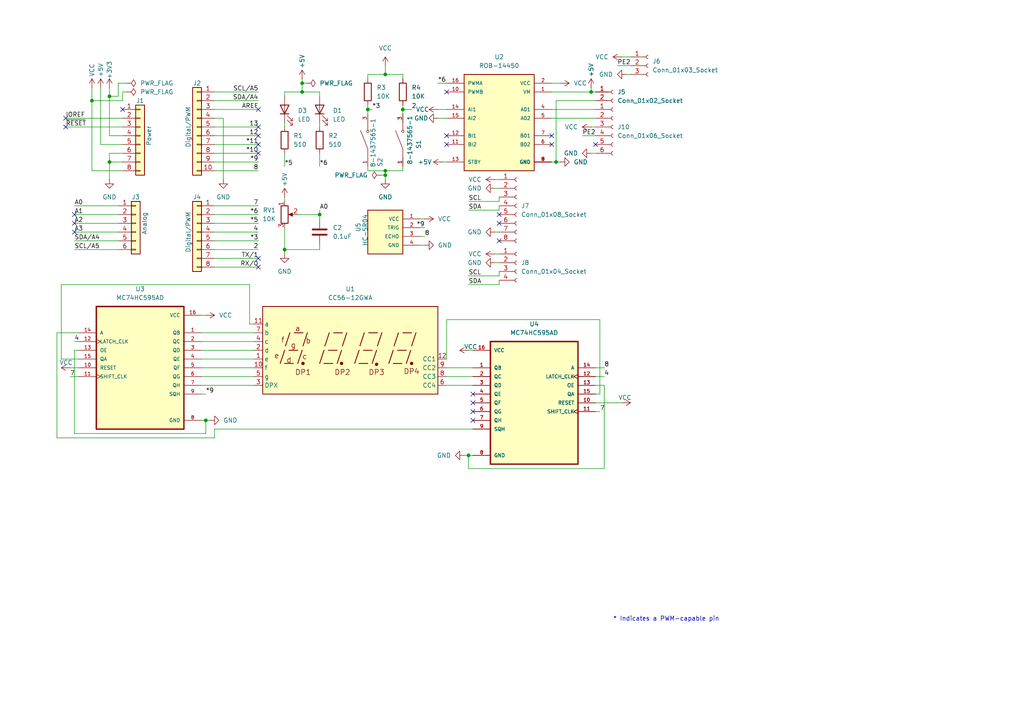
<source format=kicad_sch>
(kicad_sch (version 20231120) (generator "eeschema") (generator_version "8.0")
  (paper "A4")
  (title_block (date "mar. 31 mars 2015"))
  (lib_symbols
    (symbol "+3V3_1" (power) (pin_numbers hide) (pin_names (offset 0) hide)
      (property "Value" "+3V3" (at 0 3.556 0))
      (symbol "+3V3_1_1_1"
        (pin power_in line (at 0 0 90) (length 0) (name "~") (number "1"))
      )
    )
    (symbol "+5V_1" (power) (pin_numbers hide) (pin_names (offset 0) hide)
      (property "Value" "+5V" (at 0 3.556 0))
      (symbol "+5V_1_1_1"
        (pin power_in line (at 0 0 90) (length 0) (name "~") (number "1"))
      )
    )
    (symbol "8-1437565-1:8-1437565-1" (pin_names (offset 1.016))
      (property "Reference" "S" (at -2.54 2.54 0))
      (property "Value" "8-1437565-1" (at -2.54 -2.54 0))
      (symbol "8-1437565-1_0_0"
        (pin passive line (at -7.62 0 0) (length 2.54) (name "~") (number "1"))
        (pin passive line (at 7.62 0 180) (length 2.54) (name "~") (number "3"))
      )
    )
    (symbol "Connector:Conn_01x02_Socket" (pin_names (offset 1.016) hide)
      (property "Reference" "J" (at 0 2.54 0))
      (property "Value" "Conn_01x02_Socket" (at 0 -5.08 0))
      (symbol "Conn_01x02_Socket_1_1"
        (pin passive line (at -5.08 0 0) (length 3.81) (name "Pin_1") (number "1"))
        (pin passive line (at -5.08 -2.54 0) (length 3.81) (name "Pin_2") (number "2"))
      )
    )
    (symbol "Connector:Conn_01x03_Socket" (pin_names (offset 1.016) hide)
      (property "Reference" "J" (at 0 5.08 0))
      (property "Value" "Conn_01x03_Socket" (at 0 -5.08 0))
      (symbol "Conn_01x03_Socket_1_1"
        (pin passive line (at -5.08 2.54 0) (length 3.81) (name "Pin_1") (number "1"))
        (pin passive line (at -5.08 0 0) (length 3.81) (name "Pin_2") (number "2"))
        (pin passive line (at -5.08 -2.54 0) (length 3.81) (name "Pin_3") (number "3"))
      )
    )
    (symbol "Connector:Conn_01x04_Socket" (pin_names (offset 1.016) hide)
      (property "Reference" "J" (at 0 5.08 0))
      (property "Value" "Conn_01x04_Socket" (at 0 -7.62 0))
      (symbol "Conn_01x04_Socket_1_1"
        (pin passive line (at -5.08 2.54 0) (length 3.81) (name "Pin_1") (number "1"))
        (pin passive line (at -5.08 0 0) (length 3.81) (name "Pin_2") (number "2"))
        (pin passive line (at -5.08 -2.54 0) (length 3.81) (name "Pin_3") (number "3"))
        (pin passive line (at -5.08 -5.08 0) (length 3.81) (name "Pin_4") (number "4"))
      )
    )
    (symbol "Connector:Conn_01x06_Socket" (pin_names (offset 1.016) hide)
      (property "Reference" "J" (at 0 7.62 0))
      (property "Value" "Conn_01x06_Socket" (at 0 -10.16 0))
      (symbol "Conn_01x06_Socket_1_1"
        (pin passive line (at -5.08 5.08 0) (length 3.81) (name "Pin_1") (number "1"))
        (pin passive line (at -5.08 2.54 0) (length 3.81) (name "Pin_2") (number "2"))
        (pin passive line (at -5.08 0 0) (length 3.81) (name "Pin_3") (number "3"))
        (pin passive line (at -5.08 -2.54 0) (length 3.81) (name "Pin_4") (number "4"))
        (pin passive line (at -5.08 -5.08 0) (length 3.81) (name "Pin_5") (number "5"))
        (pin passive line (at -5.08 -7.62 0) (length 3.81) (name "Pin_6") (number "6"))
      )
    )
    (symbol "Connector:Conn_01x08_Socket" (pin_names (offset 1.016) hide)
      (property "Reference" "J" (at 0 10.16 0))
      (property "Value" "Conn_01x08_Socket" (at 0 -12.7 0))
      (symbol "Conn_01x08_Socket_1_1"
        (pin passive line (at -5.08 7.62 0) (length 3.81) (name "Pin_1") (number "1"))
        (pin passive line (at -5.08 5.08 0) (length 3.81) (name "Pin_2") (number "2"))
        (pin passive line (at -5.08 2.54 0) (length 3.81) (name "Pin_3") (number "3"))
        (pin passive line (at -5.08 0 0) (length 3.81) (name "Pin_4") (number "4"))
        (pin passive line (at -5.08 -2.54 0) (length 3.81) (name "Pin_5") (number "5"))
        (pin passive line (at -5.08 -5.08 0) (length 3.81) (name "Pin_6") (number "6"))
        (pin passive line (at -5.08 -7.62 0) (length 3.81) (name "Pin_7") (number "7"))
        (pin passive line (at -5.08 -10.16 0) (length 3.81) (name "Pin_8") (number "8"))
      )
    )
    (symbol "Connector_Generic:Conn_01x06" (pin_names (offset 1.016) hide)
      (property "Reference" "J" (at 0 7.62 0))
      (property "Value" "Conn_01x06" (at 0 -10.16 0))
      (symbol "Conn_01x06_1_1"
        (pin passive line (at -5.08 5.08 0) (length 3.81) (name "Pin_1") (number "1"))
        (pin passive line (at -5.08 2.54 0) (length 3.81) (name "Pin_2") (number "2"))
        (pin passive line (at -5.08 0 0) (length 3.81) (name "Pin_3") (number "3"))
        (pin passive line (at -5.08 -2.54 0) (length 3.81) (name "Pin_4") (number "4"))
        (pin passive line (at -5.08 -5.08 0) (length 3.81) (name "Pin_5") (number "5"))
        (pin passive line (at -5.08 -7.62 0) (length 3.81) (name "Pin_6") (number "6"))
      )
    )
    (symbol "Connector_Generic:Conn_01x08" (pin_names (offset 1.016) hide)
      (property "Reference" "J" (at 0 10.16 0))
      (property "Value" "Conn_01x08" (at 0 -12.7 0))
      (symbol "Conn_01x08_1_1"
        (pin passive line (at -5.08 7.62 0) (length 3.81) (name "Pin_1") (number "1"))
        (pin passive line (at -5.08 5.08 0) (length 3.81) (name "Pin_2") (number "2"))
        (pin passive line (at -5.08 2.54 0) (length 3.81) (name "Pin_3") (number "3"))
        (pin passive line (at -5.08 0 0) (length 3.81) (name "Pin_4") (number "4"))
        (pin passive line (at -5.08 -2.54 0) (length 3.81) (name "Pin_5") (number "5"))
        (pin passive line (at -5.08 -5.08 0) (length 3.81) (name "Pin_6") (number "6"))
        (pin passive line (at -5.08 -7.62 0) (length 3.81) (name "Pin_7") (number "7"))
        (pin passive line (at -5.08 -10.16 0) (length 3.81) (name "Pin_8") (number "8"))
      )
    )
    (symbol "Connector_Generic:Conn_01x10" (pin_names (offset 1.016) hide)
      (property "Reference" "J" (at 0 12.7 0))
      (property "Value" "Conn_01x10" (at 0 -15.24 0))
      (symbol "Conn_01x10_1_1"
        (pin passive line (at -5.08 10.16 0) (length 3.81) (name "Pin_1") (number "1"))
        (pin passive line (at -5.08 -12.7 0) (length 3.81) (name "Pin_10") (number "10"))
        (pin passive line (at -5.08 7.62 0) (length 3.81) (name "Pin_2") (number "2"))
        (pin passive line (at -5.08 5.08 0) (length 3.81) (name "Pin_3") (number "3"))
        (pin passive line (at -5.08 2.54 0) (length 3.81) (name "Pin_4") (number "4"))
        (pin passive line (at -5.08 0 0) (length 3.81) (name "Pin_5") (number "5"))
        (pin passive line (at -5.08 -2.54 0) (length 3.81) (name "Pin_6") (number "6"))
        (pin passive line (at -5.08 -5.08 0) (length 3.81) (name "Pin_7") (number "7"))
        (pin passive line (at -5.08 -7.62 0) (length 3.81) (name "Pin_8") (number "8"))
        (pin passive line (at -5.08 -10.16 0) (length 3.81) (name "Pin_9") (number "9"))
      )
    )
    (symbol "Device:C" (pin_numbers hide) (pin_names (offset 0.254))
      (property "Reference" "C" (at 0.635 2.54 0))
      (property "Value" "C" (at 0.635 -2.54 0))
      (symbol "C_1_1"
        (pin passive line (at 0 3.81 270) (length 2.794) (name "~") (number "1"))
        (pin passive line (at 0 -3.81 90) (length 2.794) (name "~") (number "2"))
      )
    )
    (symbol "Device:LED" (pin_numbers hide) (pin_names (offset 1.016) hide)
      (property "Reference" "D" (at 0 2.54 0))
      (property "Value" "LED" (at 0 -2.54 0))
      (symbol "LED_1_1"
        (pin passive line (at -3.81 0 0) (length 2.54) (name "K") (number "1"))
        (pin passive line (at 3.81 0 180) (length 2.54) (name "A") (number "2"))
      )
    )
    (symbol "Device:R" (pin_numbers hide) (pin_names (offset 0))
      (property "Reference" "R" (at 2.032 0 90))
      (property "Value" "R" (at 0 0 90))
      (symbol "R_1_1"
        (pin passive line (at 0 3.81 270) (length 1.27) (name "~") (number "1"))
        (pin passive line (at 0 -3.81 90) (length 1.27) (name "~") (number "2"))
      )
    )
    (symbol "Device:R_Potentiometer" (pin_names (offset 1.016) hide)
      (property "Reference" "RV" (at -4.445 0 90))
      (property "Value" "R_Potentiometer" (at -2.54 0 90))
      (symbol "R_Potentiometer_1_1"
        (pin passive line (at 0 3.81 270) (length 1.27) (name "1") (number "1"))
        (pin passive line (at 3.81 0 180) (length 1.27) (name "2") (number "2"))
        (pin passive line (at 0 -3.81 90) (length 1.27) (name "3") (number "3"))
      )
    )
    (symbol "Display_Character:CC56-12GWA"
      (property "Reference" "U" (at -24.13 13.97 0))
      (property "Value" "CC56-12GWA" (at 19.05 13.97 0))
      (symbol "CC56-12GWA_0_0"
        (text "a" (at -15.24 6.35 0) (effects (font (size 1.524 1.524))))
        (text "b" (at -12.192 2.794 0) (effects (font (size 1.524 1.524))))
        (text "c" (at -13.208 -1.778 0) (effects (font (size 1.524 1.524))))
        (text "d" (at -17.78 -2.794 0) (effects (font (size 1.524 1.524))))
        (text "DP1" (at -13.716 -6.35 0) (effects (font (size 1.524 1.524))))
        (text "DP2" (at -2.286 -6.35 0) (effects (font (size 1.524 1.524))))
        (text "DP3" (at 7.62 -6.35 0) (effects (font (size 1.524 1.524))))
        (text "DP4" (at 17.78 -6.096 0) (effects (font (size 1.524 1.524))))
        (text "e" (at -21.336 -1.524 0) (effects (font (size 1.524 1.524))))
        (text "f" (at -19.558 3.048 0) (effects (font (size 1.524 1.524))))
        (text "g" (at -16.51 1.524 0) (effects (font (size 1.524 1.524))))
      )
      (symbol "CC56-12GWA_1_1"
        (pin input line (at -27.94 -2.54 0) (length 2.54) (name "e") (number "1"))
        (pin input line (at -27.94 -5.08 0) (length 2.54) (name "f") (number "10"))
        (pin input line (at -27.94 7.62 0) (length 2.54) (name "a") (number "11"))
        (pin input line (at 27.94 -2.54 180) (length 2.54) (name "CC1") (number "12"))
        (pin input line (at -27.94 0 0) (length 2.54) (name "d") (number "2"))
        (pin input line (at -27.94 -10.16 0) (length 2.54) (name "DPX") (number "3"))
        (pin input line (at -27.94 2.54 0) (length 2.54) (name "c") (number "4"))
        (pin input line (at -27.94 -7.62 0) (length 2.54) (name "g") (number "5"))
        (pin input line (at 27.94 -10.16 180) (length 2.54) (name "CC4") (number "6"))
        (pin input line (at -27.94 5.08 0) (length 2.54) (name "b") (number "7"))
        (pin input line (at 27.94 -7.62 180) (length 2.54) (name "CC3") (number "8"))
        (pin input line (at 27.94 -5.08 180) (length 2.54) (name "CC2") (number "9"))
      )
    )
    (symbol "GND_1" (power) (pin_numbers hide) (pin_names (offset 0) hide)
      (property "Value" "GND" (at 0 -3.81 0))
      (symbol "GND_1_1_1"
        (pin power_in line (at 0 0 270) (length 0) (name "~") (number "1"))
      )
    )
    (symbol "HC-SR04:HC-SR04" (pin_names (offset 1.016))
      (property "Reference" "U" (at 0 5.0813 0))
      (property "Value" "HC-SR04" (at 0 -10.163 0))
      (symbol "HC-SR04_0_0"
        (pin power_in line (at -5.08 2.54 0) (length 5.08) (name "VCC") (number "1"))
        (pin bidirectional line (at -5.08 0 0) (length 5.08) (name "TRIG") (number "2"))
        (pin bidirectional line (at -5.08 -2.54 0) (length 5.08) (name "ECHO") (number "3"))
        (pin power_in line (at -5.08 -5.08 0) (length 5.08) (name "GND") (number "4"))
      )
    )
    (symbol "MC74HC595AD:MC74HC595AD" (pin_names (offset 1.016))
      (property "Reference" "U4" (at 0 22.86 0))
      (property "Value" "MC74HC595AD" (at 0 20.32 0))
      (symbol "MC74HC595AD_0_0"
        (pin output line (at 17.78 10.16 180) (length 5.08) (name "QB") (number "1"))
        (pin input line (at -17.78 0 0) (length 5.08) (name "RESET") (number "10"))
        (pin input clock (at -17.78 -2.54 0) (length 5.08) (name "SHIFT_CLK") (number "11"))
        (pin input clock (at -17.78 7.62 0) (length 5.08) (name "LATCH_CLK") (number "12"))
        (pin input line (at -17.78 5.08 0) (length 5.08) (name "OE") (number "13"))
        (pin input line (at -17.78 10.16 0) (length 5.08) (name "A") (number "14"))
        (pin output line (at -17.78 2.54 0) (length 5.08) (name "QA") (number "15"))
        (pin power_in line (at 17.78 15.24 180) (length 5.08) (name "VCC") (number "16"))
        (pin output line (at 17.78 7.62 180) (length 5.08) (name "QC") (number "2"))
        (pin output line (at 17.78 5.08 180) (length 5.08) (name "QD") (number "3"))
        (pin output line (at 17.78 2.54 180) (length 5.08) (name "QE") (number "4"))
        (pin output line (at 17.78 0 180) (length 5.08) (name "QF") (number "5"))
        (pin output line (at 17.78 -2.54 180) (length 5.08) (name "QG") (number "6"))
        (pin output line (at 17.78 -5.08 180) (length 5.08) (name "QH") (number "7"))
        (pin power_in line (at 17.78 -15.24 180) (length 5.08) (name "GND") (number "8"))
        (pin output line (at 17.78 -7.62 180) (length 5.08) (name "SQH") (number "9"))
      )
    )
    (symbol "MC74HC595AD_1" (pin_names (offset 1.016))
      (property "Reference" "U3" (at 0 22.86 0))
      (property "Value" "MC74HC595AD" (at 0 20.32 0))
      (symbol "MC74HC595AD_1_0_0"
        (pin output line (at 17.78 10.16 180) (length 5.08) (name "QB") (number "1"))
        (pin input line (at -17.78 0 0) (length 5.08) (name "RESET") (number "10"))
        (pin input clock (at -17.78 -2.54 0) (length 5.08) (name "SHIFT_CLK") (number "11"))
        (pin input clock (at -17.78 7.62 0) (length 5.08) (name "LATCH_CLK") (number "12"))
        (pin input line (at -17.78 5.08 0) (length 5.08) (name "OE") (number "13"))
        (pin input line (at -17.78 10.16 0) (length 5.08) (name "A") (number "14"))
        (pin output line (at -17.78 2.54 0) (length 5.08) (name "QA") (number "15"))
        (pin power_in line (at 17.78 15.24 180) (length 5.08) (name "VCC") (number "16"))
        (pin output line (at 17.78 7.62 180) (length 5.08) (name "QC") (number "2"))
        (pin output line (at 17.78 5.08 180) (length 5.08) (name "QD") (number "3"))
        (pin output line (at 17.78 2.54 180) (length 5.08) (name "QE") (number "4"))
        (pin output line (at 17.78 0 180) (length 5.08) (name "QF") (number "5"))
        (pin output line (at 17.78 -2.54 180) (length 5.08) (name "QG") (number "6"))
        (pin output line (at 17.78 -5.08 180) (length 5.08) (name "QH") (number "7"))
        (pin power_in line (at 17.78 -15.24 180) (length 5.08) (name "GND") (number "8"))
        (pin output line (at 17.78 -7.62 180) (length 5.08) (name "SQH") (number "9"))
      )
    )
    (symbol "ROB-14450:ROB-14450" (pin_names (offset 1.016))
      (property "Reference" "U" (at -10.16 16.002 0))
      (property "Value" "ROB-14450" (at -10.16 -15.24 0))
      (symbol "ROB-14450_0_0"
        (pin power_in line (at 15.24 10.16 180) (length 5.08) (name "VM") (number "1"))
        (pin input line (at -15.24 10.16 0) (length 5.08) (name "PWMB") (number "10"))
        (pin input line (at -15.24 -5.08 0) (length 5.08) (name "BI2") (number "11"))
        (pin input line (at -15.24 -2.54 0) (length 5.08) (name "BI1") (number "12"))
        (pin input line (at -15.24 -10.16 0) (length 5.08) (name "STBY") (number "13"))
        (pin input line (at -15.24 5.08 0) (length 5.08) (name "AI1") (number "14"))
        (pin input line (at -15.24 2.54 0) (length 5.08) (name "AI2") (number "15"))
        (pin input line (at -15.24 12.7 0) (length 5.08) (name "PWMA") (number "16"))
        (pin power_in line (at 15.24 12.7 180) (length 5.08) (name "VCC") (number "2"))
        (pin power_in line (at 15.24 -10.16 180) (length 5.08) (name "GND") (number "3"))
        (pin output line (at 15.24 5.08 180) (length 5.08) (name "A01") (number "4"))
        (pin output line (at 15.24 2.54 180) (length 5.08) (name "A02") (number "5"))
        (pin output line (at 15.24 -5.08 180) (length 5.08) (name "B02") (number "6"))
        (pin output line (at 15.24 -2.54 180) (length 5.08) (name "B01") (number "7"))
        (pin power_in line (at 15.24 -10.16 180) (length 5.08) (name "GND") (number "8"))
        (pin power_in line (at 15.24 -10.16 180) (length 5.08) (name "GND") (number "9"))
      )
    )
    (symbol "VCC_1" (power) (pin_numbers hide) (pin_names (offset 0) hide)
      (property "Value" "VCC" (at 0 3.556 0))
      (symbol "VCC_1_1_1"
        (pin power_in line (at 0 0 90) (length 0) (name "~") (number "1"))
      )
    )
    (symbol "power:PWR_FLAG" (power) (pin_numbers hide) (pin_names (offset 0) hide)
      (property "Value" "PWR_FLAG" (at 0 3.81 0))
      (symbol "PWR_FLAG_0_0"
        (pin power_out line (at 0 0 90) (length 0) (name "~") (number "1"))
      )
    )
  )
  (junction (at 111.76 21.59))
  (junction (at 111.76 50.8))
  (junction (at 135.89 132.08))
  (junction (at 26.67 29.21))
  (junction (at 31.75 46.99))
  (junction (at 59.69 121.92))
  (junction (at 82.55 72.39))
  (junction (at 31.75 27.94))
  (junction (at 87.63 26.67))
  (junction (at 87.63 24.13))
  (junction (at 161.29 46.99))
  (junction (at 171.45 26.67))
  (junction (at 92.71 62.23))
  (junction (at 111.76 49.53))
  (junction (at 116.84 31.75))
  (junction (at 106.68 31.75))
  (no_connect (at 19.05 34.29))
  (no_connect (at 160.02 41.91))
  (no_connect (at 129.54 39.37))
  (no_connect (at 172.72 41.91))
  (no_connect (at 74.93 39.37))
  (no_connect (at 144.78 62.23))
  (no_connect (at 137.16 121.92))
  (no_connect (at 137.16 114.3))
  (no_connect (at 21.59 64.77))
  (no_connect (at 74.93 74.93))
  (no_connect (at 129.54 26.67))
  (no_connect (at 74.93 44.45))
  (no_connect (at 74.93 41.91))
  (no_connect (at 74.93 36.83))
  (no_connect (at 144.78 69.85))
  (no_connect (at 74.93 31.75))
  (no_connect (at 35.56 31.75))
  (no_connect (at 74.93 77.47))
  (no_connect (at 129.54 41.91))
  (no_connect (at 144.78 64.77))
  (no_connect (at 21.59 62.23))
  (no_connect (at 137.16 119.38))
  (no_connect (at 137.16 116.84))
  (no_connect (at 160.02 39.37))
  (no_connect (at 21.59 67.31))
  (no_connect (at 19.05 36.83))
  (wire (pts (xy 62.23 77.47) (xy 74.93 77.47)))
  (wire (pts (xy 135.89 132.08) (xy 137.16 132.08)))
  (wire (pts (xy 135.89 80.01) (xy 144.78 80.01)))
  (wire (pts (xy 82.55 66.04) (xy 82.55 72.39)))
  (wire (pts (xy 62.23 44.45) (xy 74.93 44.45)))
  (wire (pts (xy 19.05 36.83) (xy 35.56 36.83)))
  (wire (pts (xy 16.51 96.52) (xy 22.86 96.52)))
  (wire (pts (xy 62.23 26.67) (xy 74.93 26.67)))
  (wire (pts (xy 82.55 72.39) (xy 92.71 72.39)))
  (wire (pts (xy 135.89 135.89) (xy 135.89 132.08)))
  (wire (pts (xy 17.78 104.14) (xy 22.86 104.14)))
  (wire (pts (xy 31.75 46.99) (xy 31.75 52.07)))
  (wire (pts (xy 160.02 26.67) (xy 171.45 26.67)))
  (wire (pts (xy 31.75 27.94) (xy 34.29 27.94)))
  (wire (pts (xy 59.69 125.73) (xy 59.69 121.92)))
  (wire (pts (xy 58.42 111.76) (xy 73.66 111.76)))
  (wire (pts (xy 20.32 109.22) (xy 22.86 109.22)))
  (wire (pts (xy 36.83 24.13) (xy 34.29 24.13)))
  (wire (pts (xy 111.76 50.8) (xy 111.76 52.07)))
  (wire (pts (xy 21.59 72.39) (xy 34.29 72.39)))
  (wire (pts (xy 58.42 104.14) (xy 73.66 104.14)))
  (wire (pts (xy 26.67 25.4) (xy 26.67 29.21)))
  (wire (pts (xy 129.54 92.71) (xy 129.54 104.14)))
  (wire (pts (xy 31.75 44.45) (xy 31.75 46.99)))
  (wire (pts (xy 181.61 21.59) (xy 182.88 21.59)))
  (wire (pts (xy 179.07 19.05) (xy 182.88 19.05)))
  (wire (pts (xy 26.67 29.21) (xy 35.56 29.21)))
  (wire (pts (xy 121.92 71.12) (xy 123.19 71.12)))
  (wire (pts (xy 92.71 44.45) (xy 92.71 48.26)))
  (wire (pts (xy 143.51 73.66) (xy 144.78 73.66)))
  (wire (pts (xy 22.86 101.6) (xy 21.59 101.6)))
  (wire (pts (xy 144.78 82.55) (xy 144.78 81.28)))
  (wire (pts (xy 31.75 46.99) (xy 35.56 46.99)))
  (wire (pts (xy 82.55 35.56) (xy 82.55 36.83)))
  (wire (pts (xy 58.42 106.68) (xy 73.66 106.68)))
  (wire (pts (xy 168.91 39.37) (xy 172.72 39.37)))
  (wire (pts (xy 62.23 36.83) (xy 74.93 36.83)))
  (wire (pts (xy 92.71 35.56) (xy 92.71 36.83)))
  (wire (pts (xy 143.51 67.31) (xy 144.78 67.31)))
  (wire (pts (xy 31.75 25.4) (xy 31.75 27.94)))
  (wire (pts (xy 62.23 59.69) (xy 74.93 59.69)))
  (wire (pts (xy 34.29 59.69) (xy 21.59 59.69)))
  (wire (pts (xy 172.72 116.84) (xy 180.34 116.84)))
  (wire (pts (xy 116.84 22.86) (xy 116.84 21.59)))
  (wire (pts (xy 62.23 39.37) (xy 74.93 39.37)))
  (wire (pts (xy 172.72 29.21) (xy 161.29 29.21)))
  (wire (pts (xy 62.23 62.23) (xy 74.93 62.23)))
  (wire (pts (xy 129.54 111.76) (xy 137.16 111.76)))
  (wire (pts (xy 143.51 52.07) (xy 144.78 52.07)))
  (wire (pts (xy 144.78 57.15) (xy 144.78 58.42)))
  (wire (pts (xy 82.55 26.67) (xy 87.63 26.67)))
  (wire (pts (xy 60.96 121.92) (xy 59.69 121.92)))
  (wire (pts (xy 21.59 101.6) (xy 21.59 125.73)))
  (wire (pts (xy 82.55 44.45) (xy 82.55 48.26)))
  (wire (pts (xy 106.68 31.75) (xy 107.95 31.75)))
  (wire (pts (xy 62.23 46.99) (xy 74.93 46.99)))
  (wire (pts (xy 106.68 31.75) (xy 106.68 33.02)))
  (wire (pts (xy 87.63 24.13) (xy 88.9 24.13)))
  (wire (pts (xy 62.23 67.31) (xy 74.93 67.31)))
  (wire (pts (xy 144.78 59.69) (xy 144.78 60.96)))
  (wire (pts (xy 143.51 54.61) (xy 144.78 54.61)))
  (wire (pts (xy 171.45 44.45) (xy 172.72 44.45)))
  (wire (pts (xy 26.67 29.21) (xy 26.67 49.53)))
  (wire (pts (xy 29.21 41.91) (xy 35.56 41.91)))
  (wire (pts (xy 172.72 111.76) (xy 175.26 111.76)))
  (wire (pts (xy 106.68 48.26) (xy 106.68 49.53)))
  (wire (pts (xy 111.76 21.59) (xy 106.68 21.59)))
  (wire (pts (xy 127 31.75) (xy 129.54 31.75)))
  (wire (pts (xy 29.21 25.4) (xy 29.21 41.91)))
  (wire (pts (xy 144.78 78.74) (xy 144.78 80.01)))
  (wire (pts (xy 58.42 91.44) (xy 59.69 91.44)))
  (wire (pts (xy 110.49 50.8) (xy 111.76 50.8)))
  (wire (pts (xy 64.77 34.29) (xy 64.77 52.07)))
  (wire (pts (xy 129.54 109.22) (xy 137.16 109.22)))
  (wire (pts (xy 62.23 31.75) (xy 74.93 31.75)))
  (wire (pts (xy 175.26 135.89) (xy 135.89 135.89)))
  (wire (pts (xy 116.84 30.48) (xy 116.84 31.75)))
  (wire (pts (xy 134.62 132.08) (xy 135.89 132.08)))
  (wire (pts (xy 172.72 109.22) (xy 175.26 109.22)))
  (wire (pts (xy 129.54 106.68) (xy 137.16 106.68)))
  (wire (pts (xy 26.67 49.53) (xy 35.56 49.53)))
  (wire (pts (xy 34.29 64.77) (xy 21.59 64.77)))
  (wire (pts (xy 92.71 27.94) (xy 92.71 26.67)))
  (wire (pts (xy 116.84 31.75) (xy 116.84 33.02)))
  (wire (pts (xy 82.55 26.67) (xy 82.55 27.94)))
  (wire (pts (xy 127 34.29) (xy 129.54 34.29)))
  (wire (pts (xy 106.68 49.53) (xy 111.76 49.53)))
  (wire (pts (xy 35.56 26.67) (xy 35.56 29.21)))
  (wire (pts (xy 180.34 16.51) (xy 182.88 16.51)))
  (wire (pts (xy 87.63 26.67) (xy 92.71 26.67)))
  (wire (pts (xy 92.71 62.23) (xy 92.71 63.5)))
  (wire (pts (xy 172.72 26.67) (xy 171.45 26.67)))
  (wire (pts (xy 144.78 60.96) (xy 135.89 60.96)))
  (wire (pts (xy 82.55 73.66) (xy 82.55 72.39)))
  (wire (pts (xy 161.29 46.99) (xy 162.56 46.99)))
  (wire (pts (xy 21.59 62.23) (xy 34.29 62.23)))
  (wire (pts (xy 135.89 101.6) (xy 137.16 101.6)))
  (wire (pts (xy 173.99 92.71) (xy 129.54 92.71)))
  (wire (pts (xy 116.84 31.75) (xy 119.38 31.75)))
  (wire (pts (xy 121.92 66.04) (xy 123.19 66.04)))
  (wire (pts (xy 172.72 119.38) (xy 173.99 119.38)))
  (wire (pts (xy 72.39 82.55) (xy 17.78 82.55)))
  (wire (pts (xy 62.23 127) (xy 16.51 127)))
  (wire (pts (xy 111.76 19.05) (xy 111.76 21.59)))
  (wire (pts (xy 171.45 26.67) (xy 171.45 25.4)))
  (wire (pts (xy 58.42 114.3) (xy 59.69 114.3)))
  (wire (pts (xy 19.05 34.29) (xy 35.56 34.29)))
  (wire (pts (xy 16.51 127) (xy 16.51 96.52)))
  (wire (pts (xy 62.23 34.29) (xy 64.77 34.29)))
  (wire (pts (xy 58.42 96.52) (xy 73.66 96.52)))
  (wire (pts (xy 111.76 49.53) (xy 116.84 49.53)))
  (wire (pts (xy 92.71 60.96) (xy 92.71 62.23)))
  (wire (pts (xy 173.99 114.3) (xy 173.99 92.71)))
  (wire (pts (xy 17.78 82.55) (xy 17.78 104.14)))
  (wire (pts (xy 62.23 41.91) (xy 74.93 41.91)))
  (wire (pts (xy 111.76 49.53) (xy 111.76 50.8)))
  (wire (pts (xy 31.75 44.45) (xy 35.56 44.45)))
  (wire (pts (xy 21.59 125.73) (xy 59.69 125.73)))
  (wire (pts (xy 121.92 68.58) (xy 123.19 68.58)))
  (wire (pts (xy 135.89 58.42) (xy 144.78 58.42)))
  (wire (pts (xy 175.26 111.76) (xy 175.26 135.89)))
  (wire (pts (xy 62.23 64.77) (xy 74.93 64.77)))
  (wire (pts (xy 72.39 93.98) (xy 72.39 82.55)))
  (wire (pts (xy 21.59 99.06) (xy 22.86 99.06)))
  (wire (pts (xy 135.89 82.55) (xy 144.78 82.55)))
  (wire (pts (xy 160.02 46.99) (xy 161.29 46.99)))
  (wire (pts (xy 21.59 67.31) (xy 34.29 67.31)))
  (wire (pts (xy 20.32 106.68) (xy 22.86 106.68)))
  (wire (pts (xy 143.51 76.2) (xy 144.78 76.2)))
  (wire (pts (xy 172.72 114.3) (xy 173.99 114.3)))
  (wire (pts (xy 161.29 29.21) (xy 161.29 46.99)))
  (wire (pts (xy 87.63 24.13) (xy 87.63 26.67)))
  (wire (pts (xy 58.42 101.6) (xy 73.66 101.6)))
  (wire (pts (xy 171.45 36.83) (xy 172.72 36.83)))
  (wire (pts (xy 34.29 24.13) (xy 34.29 27.94)))
  (wire (pts (xy 111.76 21.59) (xy 116.84 21.59)))
  (wire (pts (xy 82.55 57.15) (xy 82.55 58.42)))
  (wire (pts (xy 31.75 39.37) (xy 35.56 39.37)))
  (wire (pts (xy 92.71 72.39) (xy 92.71 71.12)))
  (wire (pts (xy 127 24.13) (xy 129.54 24.13)))
  (wire (pts (xy 58.42 99.06) (xy 73.66 99.06)))
  (wire (pts (xy 116.84 48.26) (xy 116.84 49.53)))
  (wire (pts (xy 62.23 29.21) (xy 74.93 29.21)))
  (wire (pts (xy 58.42 109.22) (xy 73.66 109.22)))
  (wire (pts (xy 87.63 22.86) (xy 87.63 24.13)))
  (wire (pts (xy 137.16 124.46) (xy 62.23 124.46)))
  (wire (pts (xy 62.23 72.39) (xy 74.93 72.39)))
  (wire (pts (xy 62.23 69.85) (xy 74.93 69.85)))
  (wire (pts (xy 73.66 93.98) (xy 72.39 93.98)))
  (wire (pts (xy 160.02 34.29) (xy 172.72 34.29)))
  (wire (pts (xy 172.72 106.68) (xy 175.26 106.68)))
  (wire (pts (xy 86.36 62.23) (xy 92.71 62.23)))
  (wire (pts (xy 58.42 121.92) (xy 59.69 121.92)))
  (wire (pts (xy 106.68 21.59) (xy 106.68 22.86)))
  (wire (pts (xy 121.92 63.5) (xy 123.19 63.5)))
  (wire (pts (xy 160.02 24.13) (xy 162.56 24.13)))
  (wire (pts (xy 62.23 74.93) (xy 74.93 74.93)))
  (wire (pts (xy 128.27 46.99) (xy 129.54 46.99)))
  (wire (pts (xy 34.29 69.85) (xy 21.59 69.85)))
  (wire (pts (xy 36.83 26.67) (xy 35.56 26.67)))
  (wire (pts (xy 106.68 30.48) (xy 106.68 31.75)))
  (wire (pts (xy 160.02 31.75) (xy 172.72 31.75)))
  (wire (pts (xy 62.23 49.53) (xy 74.93 49.53)))
  (wire (pts (xy 62.23 124.46) (xy 62.23 127)))
  (wire (pts (xy 31.75 27.94) (xy 31.75 39.37)))
  (text "* Indicates a PWM-capable pin" (at 177.8 180.34 0) (effects (font (size 1.27 1.27)) (justify left bottom)))
  (label "RX{slash}0" (at 74.93 77.47 180))
  (label "A2" (at 21.59 64.77 0))
  (label "4" (at 74.93 67.31 180))
  (label "SDA" (at 135.89 82.55 0))
  (label "IOREF" (at 19.05 34.29 0))
  (label "7" (at 20.32 109.22 0))
  (label "2" (at 74.93 72.39 180))
  (label "A3" (at 21.59 67.31 0))
  (label "*6" (at 92.71 48.26 0))
  (label "PE2" (at 179.07 19.05 0))
  (label "13" (at 74.93 36.83 180))
  (label "SCL" (at 135.89 58.42 0))
  (label "12" (at 74.93 39.37 180))
  (label "~{RESET}" (at 19.05 36.83 0))
  (label "*10" (at 74.93 44.45 180))
  (label "*5" (at 82.55 48.26 0))
  (label "*9" (at 59.69 114.3 0))
  (label "8" (at 123.19 68.58 0))
  (label "A0" (at 92.71 60.96 0))
  (label "4" (at 21.59 99.06 0))
  (label "7" (at 74.93 59.69 180))
  (label "SDA{slash}A4" (at 74.93 29.21 180))
  (label "8" (at 74.93 49.53 180))
  (label "*3" (at 107.95 31.75 0))
  (label "*9" (at 123.19 66.04 180))
  (label "*11" (at 74.93 41.91 180))
  (label "*3" (at 74.93 69.85 180))
  (label "A1" (at 21.59 62.23 0))
  (label "TX{slash}1" (at 74.93 74.93 180))
  (label "SCL" (at 135.89 80.01 0))
  (label "A0" (at 21.59 59.69 0))
  (label "AREF" (at 74.93 31.75 180))
  (label "2" (at 119.38 31.75 0))
  (label "4" (at 175.26 109.22 0))
  (label "*6" (at 74.93 62.23 180))
  (label "SCL{slash}A5" (at 74.93 26.67 180))
  (label "*9" (at 74.93 46.99 180))
  (label "*5" (at 74.93 64.77 180))
  (label "SDA" (at 135.89 60.96 0))
  (label "SDA{slash}A4" (at 21.59 69.85 0))
  (label "*6" (at 127 24.13 0))
  (label "7" (at 173.99 119.38 0))
  (label "8" (at 175.26 106.68 0))
  (label "SCL{slash}A5" (at 21.59 72.39 0))
  (label "PE2" (at 168.91 39.37 0))
  (symbol (lib_id "Connector_Generic:Conn_01x10") (at 57.15 36.83 0) (mirror y) (unit 1) (exclude_from_sim yes)
    (property "Reference" "J2" (at 57.15 24.13 0))
    (property "Value" "Digital/PWM" (at 54.61 36.83 90))
    (property "Footprint" "Connector_PinSocket_2.54mm:PinSocket_1x10_P2.54mm_Vertical" (effects (hide yes)))
  )
  (symbol (lib_id "Connector_Generic:Conn_01x06") (at 39.37 64.77 0) (unit 1) (exclude_from_sim yes)
    (property "Reference" "J3" (at 39.37 57.15 0))
    (property "Value" "Analog" (at 41.91 64.77 90))
    (property "Footprint" "Connector_PinSocket_2.54mm:PinSocket_1x06_P2.54mm_Vertical" (effects (hide yes)))
  )
  (symbol (lib_id "Connector_Generic:Conn_01x08") (at 57.15 67.31 0) (mirror y) (unit 1) (exclude_from_sim yes)
    (property "Reference" "J4" (at 57.15 57.15 0))
    (property "Value" "Digital/PWM" (at 54.61 67.31 90))
    (property "Footprint" "Connector_PinSocket_2.54mm:PinSocket_1x08_P2.54mm_Vertical" (effects (hide yes)))
  )
  (symbol (lib_name "VCC_1") (lib_id "power:VCC") (at 59.69 91.44 270) (unit 1)
    (property "Reference" "#PWR014" (effects (hide yes)))
    (property "Value" "VCC" (at 63.5 91.4399 90) (effects (justify left)))
    (property "Description" "Power symbol creates a global label with name \"VCC\"" (effects (hide yes)))
  )
  (symbol (lib_id "power:PWR_FLAG") (at 36.83 26.67 270) (unit 1)
    (property "Reference" "#FLG01" (effects (hide yes)))
    (property "Value" "PWR_FLAG" (at 40.64 26.6699 90) (effects (justify left)))
    (property "Description" "Special symbol for telling ERC where power comes from" (effects (hide yes)))
  )
  (symbol (lib_id "Device:R") (at 82.55 40.64 0) (unit 1)
    (property "Reference" "R1" (at 85.09 39.3699 0) (effects (justify left)))
    (property "Value" "510" (at 85.09 41.9099 0) (effects (justify left)))
    (property "Footprint" "Resistor_THT:R_Axial_DIN0204_L3.6mm_D1.6mm_P1.90mm_Vertical" (effects (hide yes)))
    (property "Description" "Resistor" (effects (hide yes)))
  )
  (symbol (lib_name "VCC_1") (lib_id "power:VCC") (at 180.34 116.84 270) (unit 1)
    (property "Reference" "#PWR019" (effects (hide yes)))
    (property "Value" "VCC" (at 179.324 115.316 90) (effects (justify left)))
    (property "Description" "Power symbol creates a global label with name \"VCC\"" (effects (hide yes)))
  )
  (symbol (lib_id "Connector:Conn_01x03_Socket") (at 187.96 19.05 0) (unit 1) (exclude_from_sim yes)
    (property "Reference" "J6" (at 189.23 17.7799 0) (effects (justify left)))
    (property "Value" "Conn_01x03_Socket" (at 189.23 20.3199 0) (effects (justify left)))
    (property "Footprint" "Connector_JST:JST_ZE_B03B-ZESK-D_1x03_P1.50mm_Vertical" (effects (hide yes)))
    (property "Description" "Generic connector, single row, 01x03, script generated" (effects (hide yes)))
  )
  (symbol (lib_name "GND_1") (lib_id "power:GND") (at 82.55 73.66 0) (unit 1)
    (property "Reference" "#PWR09" (effects (hide yes)))
    (property "Value" "GND" (at 82.55 78.74 0))
    (property "Description" "Power symbol creates a global label with name \"GND\" , ground" (effects (hide yes)))
  )
  (symbol (lib_name "GND_1") (lib_id "power:GND") (at 171.45 44.45 270) (unit 1)
    (property "Reference" "#PWR021" (effects (hide yes)))
    (property "Value" "GND" (at 167.64 44.4499 90) (effects (justify right)))
    (property "Description" "Power symbol creates a global label with name \"GND\" , ground" (effects (hide yes)))
  )
  (symbol (lib_id "Connector_Generic:Conn_01x08") (at 40.64 39.37 0) (unit 1) (exclude_from_sim yes)
    (property "Reference" "J1" (at 40.64 29.21 0))
    (property "Value" "Power" (at 43.18 39.37 90))
    (property "Footprint" "Connector_PinSocket_2.54mm:PinSocket_1x08_P2.54mm_Vertical" (effects (hide yes)))
  )
  (symbol (lib_name "VCC_1") (lib_id "power:VCC") (at 180.34 16.51 90) (unit 1)
    (property "Reference" "#PWR025" (effects (hide yes)))
    (property "Value" "VCC" (at 176.53 16.5099 90) (effects (justify left)))
    (property "Description" "Power symbol creates a global label with name \"VCC\"" (effects (hide yes)))
  )
  (symbol (lib_id "Connector:Conn_01x06_Socket") (at 177.8 36.83 0) (unit 1) (exclude_from_sim yes)
    (property "Reference" "J10" (at 179.07 36.8299 0) (effects (justify left)))
    (property "Value" "Conn_01x06_Socket" (at 179.07 39.3699 0) (effects (justify left)))
    (property "Footprint" "Connector_JST:JST_ZE_B06B-ZESK-D_1x06_P1.50mm_Vertical" (effects (hide yes)))
    (property "Description" "Generic connector, single row, 01x06, script generated" (effects (hide yes)))
  )
  (symbol (lib_id "Device:R_Potentiometer") (at 82.55 62.23 0) (unit 1) (exclude_from_sim yes)
    (property "Reference" "RV1" (at 80.01 60.9599 0) (effects (justify right)))
    (property "Value" "10K" (at 80.01 63.4999 0) (effects (justify right)))
    (property "Footprint" "Potentiometer_SMD:Potentiometer_Bourns_3269P_Horizontal" (effects (hide yes)))
    (property "Description" "Potentiometer" (effects (hide yes)))
  )
  (symbol (lib_id "Device:R") (at 92.71 40.64 0) (unit 1)
    (property "Reference" "R2" (at 95.25 39.3699 0) (effects (justify left)))
    (property "Value" "510" (at 95.25 41.9099 0) (effects (justify left)))
    (property "Footprint" "Resistor_THT:R_Axial_DIN0204_L3.6mm_D1.6mm_P1.90mm_Vertical" (effects (hide yes)))
    (property "Description" "Resistor" (effects (hide yes)))
  )
  (symbol (lib_id "Device:R") (at 106.68 26.67 0) (unit 1)
    (property "Reference" "R3" (at 109.22 25.3999 0) (effects (justify left)))
    (property "Value" "10K" (at 109.22 27.9399 0) (effects (justify left)))
    (property "Footprint" "Resistor_THT:R_Axial_DIN0204_L3.6mm_D1.6mm_P1.90mm_Vertical" (effects (hide yes)))
    (property "Description" "Resistor" (effects (hide yes)))
  )
  (symbol (lib_id "HC-SR04:HC-SR04") (at 116.84 66.04 0) (mirror y) (unit 1) (exclude_from_sim yes)
    (property "Reference" "U5" (at 103.886 67.31 90) (effects (justify left)))
    (property "Value" "HC-SR04" (at 105.918 71.374 90) (effects (justify left)))
    (property "Footprint" "HC-SR04:XCVR_HC-SR04" (effects (hide yes)))
    (property "MF" "SparkFun Electronics" (effects (hide yes)))
    (property "Description_1" "\nHC-SR04 Ultrasonic Sensor Qwiic Platform Evaluation Expansion Board\n" (effects (hide yes)))
    (property "Package" "None" (effects (hide yes)))
    (property "Price" "None" (effects (hide yes)))
    (property "Check_prices" "https://www.snapeda.com/parts/HC-SR04/SparkFun+Electronics/view-part/?ref=eda" (effects (hide yes)))
    (property "SnapEDA_Link" "https://www.snapeda.com/parts/HC-SR04/SparkFun+Electronics/view-part/?ref=snap" (effects (hide yes)))
    (property "MP" "HC-SR04" (effects (hide yes)))
    (property "Availability" "Not in stock" (effects (hide yes)))
    (property "MANUFACTURER" "Osepp" (effects (hide yes)))
  )
  (symbol (lib_id "Connector:Conn_01x04_Socket") (at 149.86 76.2 0) (unit 1) (exclude_from_sim yes)
    (property "Reference" "J8" (at 151.13 76.1999 0) (effects (justify left)))
    (property "Value" "Conn_01x04_Socket" (at 151.13 78.7399 0) (effects (justify left)))
    (property "Footprint" "Connector_JST:JST_ZE_B04B-ZESK-D_1x04_P1.50mm_Vertical" (effects (hide yes)))
    (property "Description" "Generic connector, single row, 01x04, script generated" (effects (hide yes)))
  )
  (symbol (lib_name "+5V_1") (lib_id "power:+5V") (at 128.27 46.99 90) (unit 1)
    (property "Reference" "#PWR011" (effects (hide yes)))
    (property "Value" "+5V" (at 123.19 46.99 90))
    (property "Description" "Power symbol creates a global label with name \"+5V\"" (effects (hide yes)))
  )
  (symbol (lib_name "GND_1") (lib_id "power:GND") (at 181.61 21.59 270) (mirror x) (unit 1)
    (property "Reference" "#PWR026" (effects (hide yes)))
    (property "Value" "GND" (at 177.8 21.5899 90) (effects (justify right)))
    (property "Description" "Power symbol creates a global label with name \"GND\" , ground" (effects (hide yes)))
  )
  (symbol (lib_id "8-1437565-1:8-1437565-1") (at 116.84 40.64 90) (unit 1) (exclude_from_sim yes)
    (property "Reference" "S1" (at 121.412 43.18 0) (effects (justify left)))
    (property "Value" "8-1437565-1" (at 118.872 47.752 0) (effects (justify left)))
    (property "Footprint" "8-1437565-1:SW_8-1437565-1" (effects (hide yes)))
    (property "PARTREV" "H3" (effects (hide yes)))
    (property "STANDARD" "Manufacturer Recommendations" (effects (hide yes)))
    (property "MAXIMUM_PACKAGE_HEIGHT" "1.50mm" (effects (hide yes)))
    (property "MANUFACTURER" "TE" (effects (hide yes)))
  )
  (symbol (lib_name "GND_1") (lib_id "power:GND") (at 134.62 132.08 270) (unit 1)
    (property "Reference" "#PWR018" (effects (hide yes)))
    (property "Value" "GND" (at 130.81 132.0799 90) (effects (justify right)))
    (property "Description" "Power symbol creates a global label with name \"GND\" , ground" (effects (hide yes)))
  )
  (symbol (lib_name "VCC_1") (lib_id "power:VCC") (at 127 31.75 90) (mirror x) (unit 1)
    (property "Reference" "#PWR022" (effects (hide yes)))
    (property "Value" "VCC" (at 124.46 31.75 90) (effects (justify left)))
    (property "Description" "Power symbol creates a global label with name \"VCC\"" (effects (hide yes)))
  )
  (symbol (lib_name "GND_1") (lib_id "power:GND") (at 64.77 52.07 0) (unit 1)
    (property "Reference" "#PWR04" (effects (hide yes)))
    (property "Value" "GND" (at 64.77 57.15 0))
    (property "Description" "Power symbol creates a global label with name \"GND\" , ground" (effects (hide yes)))
  )
  (symbol (lib_name "GND_1") (lib_id "power:GND") (at 143.51 67.31 270) (mirror x) (unit 1)
    (property "Reference" "#PWR031" (effects (hide yes)))
    (property "Value" "GND" (at 139.7 67.3099 90) (effects (justify right)))
    (property "Description" "Power symbol creates a global label with name \"GND\" , ground" (effects (hide yes)))
  )
  (symbol (lib_id "Connector:Conn_01x08_Socket") (at 149.86 59.69 0) (unit 1) (exclude_from_sim yes)
    (property "Reference" "J7" (at 151.13 59.6899 0) (effects (justify left)))
    (property "Value" "Conn_01x08_Socket" (at 151.13 62.2299 0) (effects (justify left)))
    (property "Footprint" "Connector_JST:JST_ZE_B08B-ZESK-D_1x08_P1.50mm_Vertical" (effects (hide yes)))
    (property "Description" "Generic connector, single row, 01x08, script generated" (effects (hide yes)))
  )
  (symbol (lib_name "VCC_1") (lib_id "power:VCC") (at 143.51 52.07 90) (mirror x) (unit 1)
    (property "Reference" "#PWR029" (effects (hide yes)))
    (property "Value" "VCC" (at 139.7 52.0699 90) (effects (justify left)))
    (property "Description" "Power symbol creates a global label with name \"VCC\"" (effects (hide yes)))
  )
  (symbol (lib_id "Device:R") (at 116.84 26.67 0) (unit 1)
    (property "Reference" "R4" (at 119.38 25.3999 0) (effects (justify left)))
    (property "Value" "10K" (at 119.38 27.9399 0) (effects (justify left)))
    (property "Footprint" "Resistor_THT:R_Axial_DIN0204_L3.6mm_D1.6mm_P1.90mm_Vertical" (effects (hide yes)))
    (property "Description" "Resistor" (effects (hide yes)))
  )
  (symbol (lib_id "power:PWR_FLAG") (at 88.9 24.13 270) (unit 1)
    (property "Reference" "#FLG02" (effects (hide yes)))
    (property "Value" "PWR_FLAG" (at 92.71 24.1299 90) (effects (justify left)))
    (property "Description" "Special symbol for telling ERC where power comes from" (effects (hide yes)))
  )
  (symbol (lib_id "MC74HC595AD:MC74HC595AD") (at 154.94 116.84 0) (mirror y) (unit 1) (exclude_from_sim yes)
    (property "Reference" "U4" (at 154.94 93.98 0))
    (property "Value" "MC74HC595AD" (at 154.94 96.52 0))
    (property "Footprint" "MC74HC595AD:SOIC127P600X175-16N" (effects (hide yes)))
    (property "MF" "ON Semiconductor" (effects (hide yes)))
    (property "Description_1" "\nShift Shift Register 1 Element 8 Bit 16-TSSOP\n" (effects (hide yes)))
    (property "Package" "SOIC-16 ON Semiconductor" (effects (hide yes)))
    (property "Price" "None" (effects (hide yes)))
    (property "SnapEDA_Link" "https://www.snapeda.com/parts/MC74HC595AD/Onsemi/view-part/?ref=snap" (effects (hide yes)))
    (property "MP" "MC74HC595AD" (effects (hide yes)))
    (property "Availability" "In Stock" (effects (hide yes)))
    (property "Check_prices" "https://www.snapeda.com/parts/MC74HC595AD/Onsemi/view-part/?ref=eda" (effects (hide yes)))
  )
  (symbol (lib_name "GND_1") (lib_id "power:GND") (at 127 34.29 270) (mirror x) (unit 1)
    (property "Reference" "#PWR023" (effects (hide yes)))
    (property "Value" "GND" (at 124.206 34.29 90) (effects (justify right)))
    (property "Description" "Power symbol creates a global label with name \"GND\" , ground" (effects (hide yes)))
  )
  (symbol (lib_name "+5V_1") (lib_id "power:+5V") (at 82.55 57.15 0) (unit 1)
    (property "Reference" "#PWR010" (effects (hide yes)))
    (property "Value" "+5V" (at 82.55 52.07 90))
    (property "Description" "Power symbol creates a global label with name \"+5V\"" (effects (hide yes)))
  )
  (symbol (lib_name "VCC_1") (lib_id "power:VCC") (at 162.56 24.13 270) (unit 1)
    (property "Reference" "#PWR013" (effects (hide yes)))
    (property "Value" "VCC" (at 166.37 24.1299 90) (effects (justify left)))
    (property "Description" "Power symbol creates a global label with name \"VCC\"" (effects (hide yes)))
  )
  (symbol (lib_id "ROB-14450:ROB-14450") (at 144.78 36.83 0) (unit 1) (exclude_from_sim yes)
    (property "Reference" "U2" (at 144.78 16.51 0))
    (property "Value" "ROB-14450" (at 144.78 19.05 0))
    (property "Footprint" "ROB-14450:MODULE_ROB-14450" (effects (hide yes)))
    (property "DigiKey_Part_Number" "1568-1755-ND" (effects (hide yes)))
    (property "MF" "SparkFun Electronics" (effects (hide yes)))
    (property "Purchase-URL" "https://www.snapeda.com/api/url_track_click_mouser/?unipart_id=2656367&manufacturer=SparkFun Electronics&part_name=ROB-14450&search_term=rob-14450" (effects (hide yes)))
    (property "Package" "None" (effects (hide yes)))
    (property "Check_prices" "https://www.snapeda.com/parts/ROB-14450/SparkFun+Electronics/view-part/?ref=eda" (effects (hide yes)))
    (property "STANDARD" "Manufacturer Recommendation" (effects (hide yes)))
    (property "PARTREV" "11-13-17" (effects (hide yes)))
    (property "SnapEDA_Link" "https://www.snapeda.com/parts/ROB-14450/SparkFun+Electronics/view-part/?ref=snap" (effects (hide yes)))
    (property "MP" "ROB-14450" (effects (hide yes)))
    (property "Description_1" "\nTB6612FNG Motor Controller/Driver Power Management Evaluation Board\n" (effects (hide yes)))
    (property "MANUFACTURER" "Sparkfun Electronics" (effects (hide yes)))
  )
  (symbol (lib_name "GND_1") (lib_id "power:GND") (at 111.76 52.07 0) (unit 1)
    (property "Reference" "#PWR05" (effects (hide yes)))
    (property "Value" "GND" (at 111.76 57.15 0))
    (property "Description" "Power symbol creates a global label with name \"GND\" , ground" (effects (hide yes)))
  )
  (symbol (lib_name "+5V_1") (lib_id "power:+5V") (at 171.45 25.4 0) (unit 1)
    (property "Reference" "#PWR024" (effects (hide yes)))
    (property "Value" "+5V" (at 171.45 20.32 90))
    (property "Description" "Power symbol creates a global label with name \"+5V\"" (effects (hide yes)))
  )
  (symbol (lib_name "VCC_1") (lib_id "power:VCC") (at 26.67 25.4 0) (unit 1)
    (property "Reference" "#PWR01" (effects (hide yes)))
    (property "Value" "VCC" (at 26.67 20.32 90))
    (property "Description" "Power symbol creates a global label with name \"VCC\"" (effects (hide yes)))
  )
  (symbol (lib_name "VCC_1") (lib_id "power:VCC") (at 111.76 19.05 0) (unit 1)
    (property "Reference" "#PWR02" (effects (hide yes)))
    (property "Value" "VCC" (at 111.76 13.97 0))
    (property "Description" "Power symbol creates a global label with name \"VCC\"" (effects (hide yes)))
  )
  (symbol (lib_name "VCC_1") (lib_id "power:VCC") (at 171.45 36.83 90) (unit 1)
    (property "Reference" "#PWR020" (effects (hide yes)))
    (property "Value" "VCC" (at 167.64 36.8299 90) (effects (justify left)))
    (property "Description" "Power symbol creates a global label with name \"VCC\"" (effects (hide yes)))
  )
  (symbol (lib_name "MC74HC595AD_1") (lib_id "MC74HC595AD:MC74HC595AD") (at 40.64 106.68 0) (unit 1) (exclude_from_sim yes)
    (property "Reference" "U3" (at 40.64 83.82 0))
    (property "Value" "MC74HC595AD" (at 40.64 86.36 0))
    (property "Footprint" "MC74HC595AD:SOIC127P600X175-16N" (effects (hide yes)))
    (property "MF" "ON Semiconductor" (effects (hide yes)))
    (property "Description_1" "\nShift Shift Register 1 Element 8 Bit 16-TSSOP\n" (effects (hide yes)))
    (property "Package" "SOIC-16 ON Semiconductor" (effects (hide yes)))
    (property "Price" "None" (effects (hide yes)))
    (property "SnapEDA_Link" "https://www.snapeda.com/parts/MC74HC595AD/Onsemi/view-part/?ref=snap" (effects (hide yes)))
    (property "MP" "MC74HC595AD" (effects (hide yes)))
    (property "Availability" "In Stock" (effects (hide yes)))
    (property "Check_prices" "https://www.snapeda.com/parts/MC74HC595AD/Onsemi/view-part/?ref=eda" (effects (hide yes)))
  )
  (symbol (lib_name "GND_1") (lib_id "power:GND") (at 162.56 46.99 90) (unit 1)
    (property "Reference" "#PWR012" (effects (hide yes)))
    (property "Value" "GND" (at 166.37 46.9899 90) (effects (justify right)))
    (property "Description" "Power symbol creates a global label with name \"GND\" , ground" (effects (hide yes)))
  )
  (symbol (lib_name "GND_1") (lib_id "power:GND") (at 143.51 76.2 270) (mirror x) (unit 1)
    (property "Reference" "#PWR033" (effects (hide yes)))
    (property "Value" "GND" (at 139.7 76.1999 90) (effects (justify right)))
    (property "Description" "Power symbol creates a global label with name \"GND\" , ground" (effects (hide yes)))
  )
  (symbol (lib_name "GND_1") (lib_id "power:GND") (at 31.75 52.07 0) (unit 1)
    (property "Reference" "#PWR03" (effects (hide yes)))
    (property "Value" "GND" (at 31.75 57.15 0))
    (property "Description" "Power symbol creates a global label with name \"GND\" , ground" (effects (hide yes)))
  )
  (symbol (lib_name "VCC_1") (lib_id "power:VCC") (at 20.32 106.68 90) (mirror x) (unit 1)
    (property "Reference" "#PWR015" (effects (hide yes)))
    (property "Value" "VCC" (at 21.082 105.156 90) (effects (justify left)))
    (property "Description" "Power symbol creates a global label with name \"VCC\"" (effects (hide yes)))
  )
  (symbol (lib_name "VCC_1") (lib_id "power:VCC") (at 123.19 63.5 270) (unit 1)
    (property "Reference" "#PWR027" (effects (hide yes)))
    (property "Value" "VCC" (at 127 63.4999 90) (effects (justify left)))
    (property "Description" "Power symbol creates a global label with name \"VCC\"" (effects (hide yes)))
  )
  (symbol (lib_name "GND_1") (lib_id "power:GND") (at 143.51 54.61 270) (mirror x) (unit 1)
    (property "Reference" "#PWR030" (effects (hide yes)))
    (property "Value" "GND" (at 139.7 54.6099 90) (effects (justify right)))
    (property "Description" "Power symbol creates a global label with name \"GND\" , ground" (effects (hide yes)))
  )
  (symbol (lib_name "VCC_1") (lib_id "power:VCC") (at 143.51 73.66 90) (mirror x) (unit 1)
    (property "Reference" "#PWR032" (effects (hide yes)))
    (property "Value" "VCC" (at 139.7 73.6599 90) (effects (justify left)))
    (property "Description" "Power symbol creates a global label with name \"VCC\"" (effects (hide yes)))
  )
  (symbol (lib_name "+3V3_1") (lib_id "power:+3V3") (at 31.75 25.4 0) (unit 1)
    (property "Reference" "#PWR08" (effects (hide yes)))
    (property "Value" "+3V3" (at 31.75 20.32 90))
    (property "Description" "Power symbol creates a global label with name \"+3V3\"" (effects (hide yes)))
  )
  (symbol (lib_name "GND_1") (lib_id "power:GND") (at 60.96 121.92 90) (unit 1)
    (property "Reference" "#PWR017" (effects (hide yes)))
    (property "Value" "GND" (at 64.77 121.9199 90) (effects (justify right)))
    (property "Description" "Power symbol creates a global label with name \"GND\" , ground" (effects (hide yes)))
  )
  (symbol (lib_name "+5V_1") (lib_id "power:+5V") (at 87.63 22.86 0) (unit 1)
    (property "Reference" "#PWR06" (effects (hide yes)))
    (property "Value" "+5V" (at 87.63 17.78 90))
    (property "Description" "Power symbol creates a global label with name \"+5V\"" (effects (hide yes)))
  )
  (symbol (lib_id "Device:LED") (at 92.71 31.75 90) (unit 1) (exclude_from_sim yes)
    (property "Reference" "D1" (at 96.52 32.0674 90) (effects (justify right)))
    (property "Value" "LED" (at 96.52 34.6074 90) (effects (justify right)))
    (property "Footprint" "LED_THT:LED_D3.0mm_FlatTop" (effects (hide yes)))
    (property "Description" "Light emitting diode" (effects (hide yes)))
  )
  (symbol (lib_id "8-1437565-1:8-1437565-1") (at 106.68 40.64 90) (unit 1) (exclude_from_sim yes)
    (property "Reference" "S2" (at 110.236 45.72 0) (effects (justify right)))
    (property "Value" "8-1437565-1" (at 108.204 34.29 0) (effects (justify right)))
    (property "Footprint" "8-1437565-1:SW_8-1437565-1" (effects (hide yes)))
    (property "PARTREV" "H3" (effects (hide yes)))
    (property "STANDARD" "Manufacturer Recommendations" (effects (hide yes)))
    (property "MAXIMUM_PACKAGE_HEIGHT" "1.50mm" (effects (hide yes)))
    (property "MANUFACTURER" "TE" (effects (hide yes)))
  )
  (symbol (lib_name "+5V_1") (lib_id "power:+5V") (at 29.21 25.4 0) (unit 1)
    (property "Reference" "#PWR07" (effects (hide yes)))
    (property "Value" "+5V" (at 29.21 20.32 90))
    (property "Description" "Power symbol creates a global label with name \"+5V\"" (effects (hide yes)))
  )
  (symbol (lib_id "Device:LED") (at 82.55 31.75 90) (unit 1) (exclude_from_sim yes)
    (property "Reference" "D3" (at 86.36 32.0674 90) (effects (justify right)))
    (property "Value" "LED" (at 86.36 34.6074 90) (effects (justify right)))
    (property "Footprint" "LED_THT:LED_D3.0mm_FlatTop" (effects (hide yes)))
    (property "Description" "Light emitting diode" (effects (hide yes)))
  )
  (symbol (lib_name "VCC_1") (lib_id "power:VCC") (at 135.89 101.6 90) (mirror x) (unit 1)
    (property "Reference" "#PWR016" (effects (hide yes)))
    (property "Value" "VCC" (at 138.43 100.584 90) (effects (justify left)))
    (property "Description" "Power symbol creates a global label with name \"VCC\"" (effects (hide yes)))
  )
  (symbol (lib_id "Display_Character:CC56-12GWA") (at 101.6 101.6 0) (unit 1) (exclude_from_sim yes)
    (property "Reference" "U1" (at 101.6 83.82 0))
    (property "Value" "CC56-12GWA" (at 101.6 86.36 0))
    (property "Footprint" "Display_7Segment:CC56-12GWA" (effects (hide yes)))
    (property "Datasheet" "http://www.kingbrightusa.com/images/catalog/SPEC/CC56-12GWA.pdf" (effects (hide yes)))
    (property "Description" "4 digit 7 segment green LED, common cathode" (effects (hide yes)))
  )
  (symbol (lib_id "power:PWR_FLAG") (at 110.49 50.8 90) (unit 1)
    (property "Reference" "#FLG05" (effects (hide yes)))
    (property "Value" "PWR_FLAG" (at 106.68 50.7999 90) (effects (justify left)))
    (property "Description" "Special symbol for telling ERC where power comes from" (effects (hide yes)))
  )
  (symbol (lib_id "Connector:Conn_01x02_Socket") (at 177.8 26.67 0) (unit 1) (exclude_from_sim yes)
    (property "Reference" "J5" (at 179.07 26.6699 0) (effects (justify left)))
    (property "Value" "Conn_01x02_Socket" (at 179.07 29.2099 0) (effects (justify left)))
    (property "Footprint" "Connector_JST:JST_ZE_B02B-ZESK-1D_1x02_P1.50mm_Vertical" (effects (hide yes)))
    (property "Description" "Generic connector, single row, 01x02, script generated" (effects (hide yes)))
  )
  (symbol (lib_id "power:PWR_FLAG") (at 36.83 24.13 270) (unit 1)
    (property "Reference" "#FLG04" (effects (hide yes)))
    (property "Value" "PWR_FLAG" (at 40.64 24.1299 90) (effects (justify left)))
    (property "Description" "Special symbol for telling ERC where power comes from" (effects (hide yes)))
  )
  (symbol (lib_name "GND_1") (lib_id "power:GND") (at 123.19 71.12 90) (unit 1)
    (property "Reference" "#PWR028" (effects (hide yes)))
    (property "Value" "GND" (at 127 71.1199 90) (effects (justify right)))
    (property "Description" "Power symbol creates a global label with name \"GND\" , ground" (effects (hide yes)))
  )
  (symbol (lib_id "Device:C") (at 92.71 67.31 0) (unit 1)
    (property "Reference" "C2" (at 96.52 66.0399 0) (effects (justify left)))
    (property "Value" "0.1uF" (at 96.52 68.5799 0) (effects (justify left)))
    (property "Footprint" "Capacitor_THT:C_Axial_L3.8mm_D2.6mm_P7.50mm_Horizontal" (effects (hide yes)))
    (property "Description" "Unpolarized capacitor" (effects (hide yes)))
  )
)
</source>
